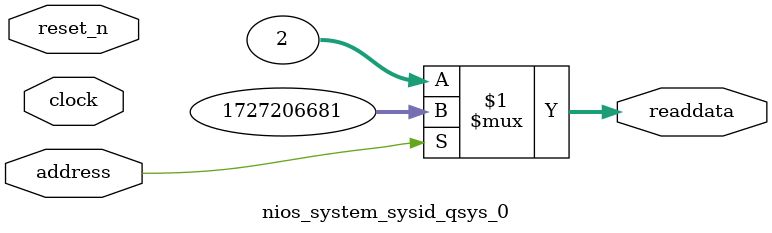
<source format=v>



// synthesis translate_off
`timescale 1ns / 1ps
// synthesis translate_on

// turn off superfluous verilog processor warnings 
// altera message_level Level1 
// altera message_off 10034 10035 10036 10037 10230 10240 10030 

module nios_system_sysid_qsys_0 (
               // inputs:
                address,
                clock,
                reset_n,

               // outputs:
                readdata
             )
;

  output  [ 31: 0] readdata;
  input            address;
  input            clock;
  input            reset_n;

  wire    [ 31: 0] readdata;
  //control_slave, which is an e_avalon_slave
  assign readdata = address ? 1727206681 : 2;

endmodule



</source>
